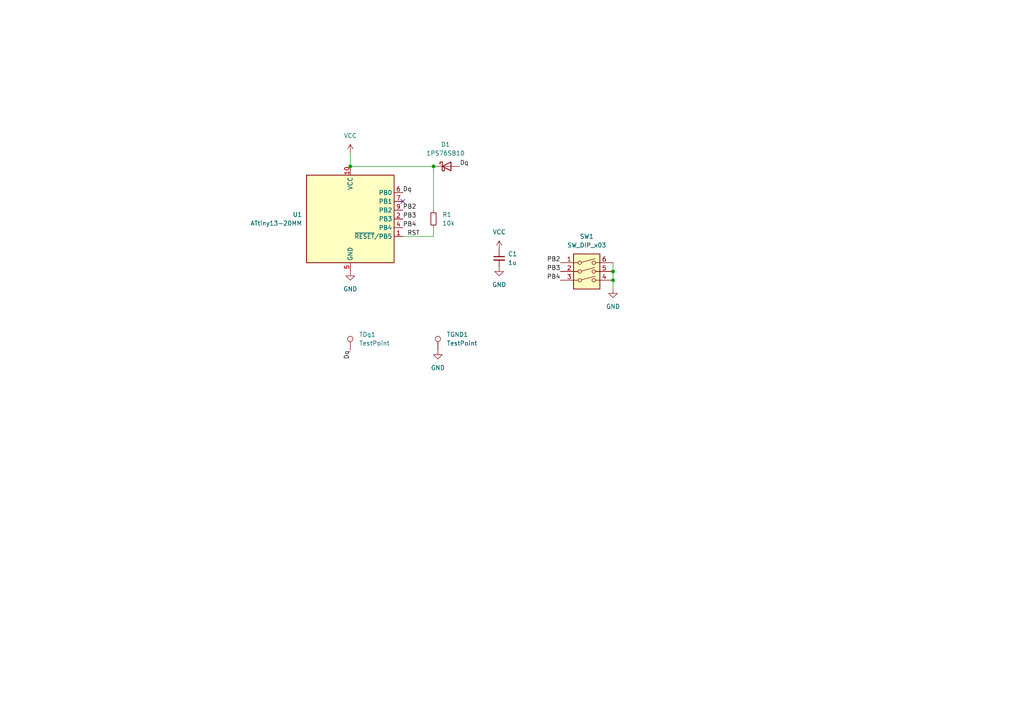
<source format=kicad_sch>
(kicad_sch (version 20211123) (generator eeschema)
  (paper "A4")
  (lib_symbols
    (symbol "Connector:TestPoint" (pin_numbers hide) (pin_names (offset 0.762) hide)
      (property "Reference" "TP" (at 0 6.858 0))
      (property "Value" "TestPoint" (at 0 5.08 0))
      (symbol "TestPoint_0_1"
        (circle (center 0 3.302) (radius 0.762))
      )
      (symbol "TestPoint_1_1"
        (pin passive line (at 0 0 90) (length 2.54) (name "1") (number "1"))
      )
    )
    (symbol "Device:C_Small" (pin_numbers hide) (pin_names (offset 0.254) hide)
      (property "Reference" "C" (at 0.254 1.778 0))
      (property "Value" "C_Small" (at 0.254 -2.032 0))
      (symbol "C_Small_0_1"
        (polyline (pts (xy -1.524 -0.508) (xy 1.524 -0.508)) (stroke (width 0.3302)))
        (polyline (pts (xy -1.524 0.508) (xy 1.524 0.508)) (stroke (width 0.3048)))
      )
      (symbol "C_Small_1_1"
        (pin passive line (at 0 2.54 270) (length 2.032) (name "~") (number "1"))
        (pin passive line (at 0 -2.54 90) (length 2.032) (name "~") (number "2"))
      )
    )
    (symbol "Device:D_Schottky" (pin_numbers hide) (pin_names (offset 1.016) hide)
      (property "Reference" "D" (at 0 2.54 0))
      (property "Value" "D_Schottky" (at 0 -2.54 0))
      (symbol "D_Schottky_0_1"
        (polyline (pts (xy 1.27 0) (xy -1.27 0)))
        (polyline (pts (xy 1.27 1.27) (xy 1.27 -1.27) (xy -1.27 0) (xy 1.27 1.27)) (stroke (width 0.254)))
        (polyline (pts (xy -1.905 0.635) (xy -1.905 1.27) (xy -1.27 1.27) (xy -1.27 -1.27) (xy -0.635 -1.27) (xy -0.635 -0.635)) (stroke (width 0.254)))
      )
      (symbol "D_Schottky_1_1"
        (pin passive line (at -3.81 0 0) (length 2.54) (name "K") (number "1"))
        (pin passive line (at 3.81 0 180) (length 2.54) (name "A") (number "2"))
      )
    )
    (symbol "Device:R_Small" (pin_numbers hide) (pin_names (offset 0.254) hide)
      (property "Reference" "R" (at 0.762 0.508 0))
      (property "Value" "R_Small" (at 0.762 -1.016 0))
      (symbol "R_Small_0_1"
        (rectangle (start -0.762 1.778) (end 0.762 -1.778) (stroke (width 0.2032)))
      )
      (symbol "R_Small_1_1"
        (pin passive line (at 0 2.54 270) (length 0.762) (name "~") (number "1"))
        (pin passive line (at 0 -2.54 90) (length 0.762) (name "~") (number "2"))
      )
    )
    (symbol "MCU_Microchip_ATtiny:ATtiny13-20MM"
      (property "Reference" "U" (at -12.7 13.97 0))
      (property "Value" "ATtiny13-20MM" (at 2.54 -13.97 0))
      (symbol "ATtiny13-20MM_0_1"
        (rectangle (start -12.7 -12.7) (end 12.7 12.7) (stroke (width 0.254)) (fill (type background)))
      )
      (symbol "ATtiny13-20MM_1_1"
        (pin bidirectional line (at 15.24 -5.08 180) (length 2.54) (name "~{RESET}/PB5") (number "1"))
        (pin power_in line (at 0 15.24 270) (length 2.54) (name "VCC") (number "10"))
        (pin passive line (at 0 -15.24 90) (length 2.54) hide (name "GND") (number "11"))
        (pin bidirectional line (at 15.24 0 180) (length 2.54) (name "PB3") (number "2"))
        (pin no_connect line (at -12.7 -7.62 0) (length 2.54) hide (name "NC") (number "3"))
        (pin bidirectional line (at 15.24 -2.54 180) (length 2.54) (name "PB4") (number "4"))
        (pin power_in line (at 0 -15.24 90) (length 2.54) (name "GND") (number "5"))
        (pin bidirectional line (at 15.24 7.62 180) (length 2.54) (name "PB0") (number "6"))
        (pin bidirectional line (at 15.24 5.08 180) (length 2.54) (name "PB1") (number "7"))
        (pin no_connect line (at -12.7 -10.16 0) (length 2.54) hide (name "NC") (number "8"))
        (pin bidirectional line (at 15.24 2.54 180) (length 2.54) (name "PB2") (number "9"))
      )
    )
    (symbol "Switch:SW_DIP_x03" (pin_names (offset 0) hide)
      (property "Reference" "SW" (at 0 8.89 0))
      (property "Value" "SW_DIP_x03" (at 0 -3.81 0))
      (symbol "SW_DIP_x03_0_0"
        (circle (center -2.032 0) (radius 0.508))
        (circle (center -2.032 2.54) (radius 0.508))
        (circle (center -2.032 5.08) (radius 0.508))
        (polyline (pts (xy -1.524 0.127) (xy 2.3622 1.1684)))
        (polyline (pts (xy -1.524 2.667) (xy 2.3622 3.7084)))
        (polyline (pts (xy -1.524 5.207) (xy 2.3622 6.2484)))
        (circle (center 2.032 0) (radius 0.508))
        (circle (center 2.032 2.54) (radius 0.508))
        (circle (center 2.032 5.08) (radius 0.508))
      )
      (symbol "SW_DIP_x03_0_1"
        (rectangle (start -3.81 7.62) (end 3.81 -2.54) (stroke (width 0.254)) (fill (type background)))
      )
      (symbol "SW_DIP_x03_1_1"
        (pin passive line (at -7.62 5.08 0) (length 5.08) (name "~") (number "1"))
        (pin passive line (at -7.62 2.54 0) (length 5.08) (name "~") (number "2"))
        (pin passive line (at -7.62 0 0) (length 5.08) (name "~") (number "3"))
        (pin passive line (at 7.62 0 180) (length 5.08) (name "~") (number "4"))
        (pin passive line (at 7.62 2.54 180) (length 5.08) (name "~") (number "5"))
        (pin passive line (at 7.62 5.08 180) (length 5.08) (name "~") (number "6"))
      )
    )
    (symbol "power:GND" (power) (pin_names (offset 0))
      (property "Value" "GND" (at 0 -3.81 0))
      (symbol "GND_0_1"
        (polyline (pts (xy 0 0) (xy 0 -1.27) (xy 1.27 -1.27) (xy 0 -2.54) (xy -1.27 -1.27) (xy 0 -1.27)))
      )
      (symbol "GND_1_1"
        (pin power_in line (at 0 0 270) (length 0) hide (name "GND") (number "1"))
      )
    )
    (symbol "power:VCC" (power) (pin_names (offset 0))
      (property "Value" "VCC" (at 0 3.81 0))
      (symbol "VCC_0_1"
        (polyline (pts (xy -0.762 1.27) (xy 0 2.54)))
        (polyline (pts (xy 0 0) (xy 0 2.54)))
        (polyline (pts (xy 0 2.54) (xy 0.762 1.27)))
      )
      (symbol "VCC_1_1"
        (pin power_in line (at 0 0 90) (length 0) hide (name "VCC") (number "1"))
      )
    )
  )
  (junction (at 177.8 78.74))
  (junction (at 101.6 48.26))
  (junction (at 177.8 81.28))
  (junction (at 125.73 48.26))
  (no_connect (at 116.84 58.42))
  (wire (pts (xy 177.8 81.28) (xy 177.8 83.82)))
  (wire (pts (xy 101.6 44.45) (xy 101.6 48.26)))
  (wire (pts (xy 177.8 76.2) (xy 177.8 78.74)))
  (wire (pts (xy 125.73 66.04) (xy 125.73 68.58)))
  (wire (pts (xy 125.73 48.26) (xy 125.73 60.96)))
  (wire (pts (xy 116.84 68.58) (xy 125.73 68.58)))
  (wire (pts (xy 177.8 78.74) (xy 177.8 81.28)))
  (wire (pts (xy 101.6 48.26) (xy 125.73 48.26)))
  (label "RST" (at 118.11 68.58 0))
  (label "PB2" (at 162.56 76.2 180))
  (label "PB3" (at 116.84 63.5 0))
  (label "PB4" (at 116.84 66.04 0))
  (label "Dq" (at 101.6 101.6 270))
  (label "PB2" (at 116.84 60.96 0))
  (label "Dq" (at 133.35 48.26 0))
  (label "PB4" (at 162.56 81.28 180))
  (label "PB3" (at 162.56 78.74 180))
  (label "Dq" (at 116.84 55.88 0))
  (symbol (lib_id "power:GND") (at 144.78 77.47 0) (unit 1)
    (property "Reference" "#PWR05" (effects hide))
    (property "Value" "GND" (at 144.78 82.55 0))
  )
  (symbol (lib_id "power:VCC") (at 101.6 44.45 0) (unit 1)
    (property "Reference" "#PWR01" (effects hide))
    (property "Value" "VCC" (at 101.6 39.37 0))
  )
  (symbol (lib_id "Device:R_Small") (at 125.73 63.5 0) (mirror y) (unit 1)
    (property "Reference" "R1" (at 128.27 62.2299 0) (effects (justify right)))
    (property "Value" "10k" (at 128.27 64.7699 0) (effects (justify right)))
    (property "Footprint" "Resistor_SMD:R_0402_1005Metric" (effects hide))
  )
  (symbol (lib_id "Connector:TestPoint") (at 127 101.6 0) (unit 1)
    (property "Reference" "TGND1" (at 129.54 97.0279 0) (effects (justify left)))
    (property "Value" "TestPoint" (at 129.54 99.5679 0) (effects (justify left)))
    (property "Footprint" "TestPoint:TestPoint_Pad_D1.0mm" (effects hide))
  )
  (symbol (lib_id "Switch:SW_DIP_x03") (at 170.18 81.28 0) (unit 1)
    (property "Reference" "SW1" (at 170.18 68.58 0))
    (property "Value" "SW_DIP_x03" (at 170.18 71.12 0))
    (property "Footprint" "Button_Switch_SMD:SW_DIP_SPSTx03_Slide_KingTek_DSHP03TS_W7.62mm_P1.27mm" (effects hide))
  )
  (symbol (lib_id "Device:D_Schottky") (at 129.54 48.26 0) (unit 1)
    (property "Reference" "D1" (at 129.2225 41.91 0))
    (property "Value" "1PS76SB10" (at 129.2225 44.45 0))
    (property "Footprint" "Diode_SMD:D_SOD-323" (effects hide))
  )
  (symbol (lib_id "MCU_Microchip_ATtiny:ATtiny13-20MM") (at 101.6 63.5 0) (unit 1)
    (property "Reference" "U1" (at 87.63 62.2299 0) (effects (justify right)))
    (property "Value" "ATtiny13-20MM" (at 87.63 64.7699 0) (effects (justify right)))
    (property "Footprint" "Package_DFN_QFN:DFN-10-1EP_3x3mm_P0.5mm_EP1.75x2.7mm" (effects hide))
    (property "Datasheet" "http://ww1.microchip.com/downloads/en/DeviceDoc/doc2535.pdf" (effects hide))
  )
  (symbol (lib_id "power:GND") (at 177.8 83.82 0) (unit 1)
    (property "Reference" "#PWR06" (effects hide))
    (property "Value" "GND" (at 177.8 88.9 0))
  )
  (symbol (lib_id "power:GND") (at 127 101.6 0) (unit 1)
    (property "Reference" "#PWR03" (effects hide))
    (property "Value" "GND" (at 127 106.68 0))
  )
  (symbol (lib_id "Connector:TestPoint") (at 101.6 101.6 0) (unit 1)
    (property "Reference" "TDq1" (at 104.14 97.0279 0) (effects (justify left)))
    (property "Value" "TestPoint" (at 104.14 99.5679 0) (effects (justify left)))
    (property "Footprint" "TestPoint:TestPoint_Pad_D1.0mm" (effects hide))
  )
  (symbol (lib_id "power:GND") (at 101.6 78.74 0) (unit 1)
    (property "Reference" "#PWR02" (effects hide))
    (property "Value" "GND" (at 101.6 83.82 0))
  )
  (symbol (lib_id "Device:C_Small") (at 144.78 74.93 0) (unit 1)
    (property "Reference" "C1" (at 147.32 73.6662 0) (effects (justify left)))
    (property "Value" "1u" (at 147.32 76.2062 0) (effects (justify left)))
    (property "Footprint" "Capacitor_SMD:C_0603_1608Metric" (effects hide))
  )
  (symbol (lib_id "power:VCC") (at 144.78 72.39 0) (unit 1)
    (property "Reference" "#PWR04" (effects hide))
    (property "Value" "VCC" (at 144.78 67.31 0))
  )
)
</source>
